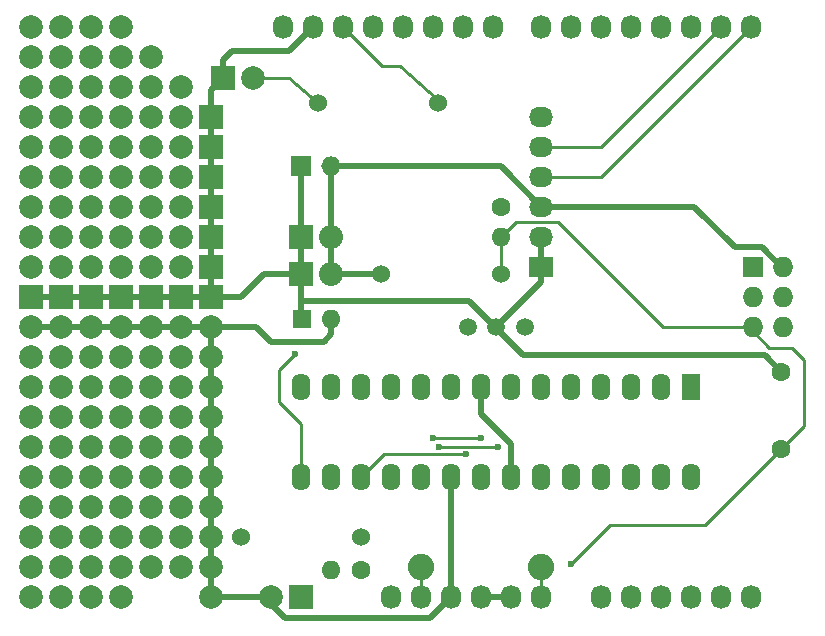
<source format=gbl>
G04 #@! TF.FileFunction,Copper,L2,Bot,Signal*
%FSLAX46Y46*%
G04 Gerber Fmt 4.6, Leading zero omitted, Abs format (unit mm)*
G04 Created by KiCad (PCBNEW 4.0.3+e1-6302~38~ubuntu16.04.1-stable) date Sun Aug 28 00:05:30 2016*
%MOMM*%
%LPD*%
G01*
G04 APERTURE LIST*
%ADD10C,0.100000*%
%ADD11R,1.998980X1.998980*%
%ADD12C,1.998980*%
%ADD13O,1.600000X1.600000*%
%ADD14R,1.600000X1.600000*%
%ADD15O,1.651000X1.651000*%
%ADD16R,1.651000X1.651000*%
%ADD17C,1.600000*%
%ADD18R,2.000000X2.000000*%
%ADD19C,2.000000*%
%ADD20R,1.600000X2.300000*%
%ADD21O,1.600000X2.300000*%
%ADD22O,1.727200X2.032000*%
%ADD23R,2.032000X1.727200*%
%ADD24O,2.032000X1.727200*%
%ADD25O,2.235200X2.235200*%
%ADD26O,2.032000X2.032000*%
%ADD27R,2.032000X2.032000*%
%ADD28R,1.727200X1.727200*%
%ADD29O,1.727200X1.727200*%
%ADD30C,1.524000*%
%ADD31C,1.501140*%
%ADD32C,0.600000*%
%ADD33C,0.500000*%
%ADD34C,0.250000*%
G04 APERTURE END LIST*
D10*
D11*
X144780000Y-67310000D03*
X144780000Y-69850000D03*
X144780000Y-72390000D03*
X144780000Y-74930000D03*
X144780000Y-77470000D03*
X144780000Y-80010000D03*
D12*
X144780000Y-107950000D03*
X144780000Y-105410000D03*
X144780000Y-102870000D03*
X144780000Y-100330000D03*
X144780000Y-97790000D03*
X144780000Y-95250000D03*
X144780000Y-92710000D03*
X144780000Y-90170000D03*
X144780000Y-87630000D03*
D11*
X144780000Y-82550000D03*
X142240000Y-82550000D03*
X139700000Y-82550000D03*
X137160000Y-82550000D03*
X134620000Y-82550000D03*
X132080000Y-82550000D03*
D12*
X144780000Y-85090000D03*
X142240000Y-85090000D03*
X139700000Y-85090000D03*
X137160000Y-85090000D03*
X134620000Y-85090000D03*
X132080000Y-85090000D03*
X129540000Y-85090000D03*
D11*
X129540000Y-82550000D03*
D12*
X139700000Y-62230000D03*
X142240000Y-105410000D03*
X139700000Y-105410000D03*
X137160000Y-107950000D03*
X134620000Y-107950000D03*
X132080000Y-107950000D03*
X129540000Y-107950000D03*
X137160000Y-105410000D03*
X134620000Y-105410000D03*
X132080000Y-105410000D03*
X129540000Y-105410000D03*
X142240000Y-102870000D03*
X139700000Y-102870000D03*
X137160000Y-102870000D03*
X134620000Y-102870000D03*
X132080000Y-102870000D03*
X129540000Y-102870000D03*
X142240000Y-100330000D03*
X139700000Y-100330000D03*
X137160000Y-100330000D03*
X134620000Y-100330000D03*
X132080000Y-100330000D03*
X129540000Y-100330000D03*
X142240000Y-97790000D03*
X139700000Y-97790000D03*
X137160000Y-97790000D03*
X134620000Y-97790000D03*
X132080000Y-97790000D03*
X129540000Y-97790000D03*
X142240000Y-95250000D03*
X139700000Y-95250000D03*
X137160000Y-95250000D03*
X134620000Y-95250000D03*
X132080000Y-95250000D03*
X129540000Y-95250000D03*
X142240000Y-92710000D03*
X139700000Y-92710000D03*
X137160000Y-92710000D03*
X134620000Y-92710000D03*
X132080000Y-92710000D03*
X129540000Y-92710000D03*
X142240000Y-90170000D03*
X139700000Y-90170000D03*
X137160000Y-90170000D03*
X134620000Y-90170000D03*
X132080000Y-90170000D03*
X129540000Y-90170000D03*
X142240000Y-87630000D03*
X139700000Y-87630000D03*
X137160000Y-87630000D03*
X134620000Y-87630000D03*
X132080000Y-87630000D03*
X129540000Y-87630000D03*
X142240000Y-80010000D03*
X139700000Y-80010000D03*
X137160000Y-80010000D03*
X134620000Y-80010000D03*
X132080000Y-80010000D03*
X129540000Y-80010000D03*
X142240000Y-77470000D03*
X139700000Y-77470000D03*
X137160000Y-77470000D03*
X134620000Y-77470000D03*
X132080000Y-77470000D03*
X129540000Y-77470000D03*
X142240000Y-74930000D03*
X139700000Y-74930000D03*
X137160000Y-74930000D03*
X134620000Y-74930000D03*
X132080000Y-74930000D03*
X129540000Y-74930000D03*
X142240000Y-72390000D03*
X139700000Y-72390000D03*
X137160000Y-72390000D03*
X134620000Y-72390000D03*
X132080000Y-72390000D03*
X129540000Y-72390000D03*
X142240000Y-69850000D03*
X139700000Y-69850000D03*
X137160000Y-69850000D03*
X134620000Y-69850000D03*
X132080000Y-69850000D03*
X129540000Y-69850000D03*
X142240000Y-67310000D03*
X139700000Y-67310000D03*
X137160000Y-67310000D03*
X134620000Y-67310000D03*
X132080000Y-67310000D03*
X129540000Y-67310000D03*
X142240000Y-64770000D03*
X139700000Y-64770000D03*
X137160000Y-64770000D03*
X134620000Y-64770000D03*
X132080000Y-64770000D03*
X129540000Y-64770000D03*
X137160000Y-62230000D03*
X134620000Y-62230000D03*
X132080000Y-62230000D03*
X129540000Y-62230000D03*
X137160000Y-59690000D03*
X134620000Y-59690000D03*
X132080000Y-59690000D03*
D13*
X154940000Y-84455000D03*
D14*
X152440000Y-84455000D03*
D15*
X154940000Y-71501000D03*
D16*
X152400000Y-71501000D03*
D13*
X169291000Y-77470000D03*
D17*
X169291000Y-74970000D03*
D13*
X154940000Y-105664000D03*
D17*
X157440000Y-105664000D03*
D18*
X145796000Y-64008000D03*
D19*
X148336000Y-64008000D03*
D18*
X152400000Y-107950000D03*
D19*
X149860000Y-107950000D03*
D20*
X185420000Y-90170000D03*
D21*
X182880000Y-90170000D03*
X180340000Y-90170000D03*
X177800000Y-90170000D03*
X175260000Y-90170000D03*
X172720000Y-90170000D03*
X170180000Y-90170000D03*
X167640000Y-90170000D03*
X165100000Y-90170000D03*
X162560000Y-90170000D03*
X160020000Y-90170000D03*
X157480000Y-90170000D03*
X154940000Y-90170000D03*
X152400000Y-90170000D03*
X152400000Y-97790000D03*
X154940000Y-97790000D03*
X157480000Y-97790000D03*
X160020000Y-97790000D03*
X162560000Y-97790000D03*
X165100000Y-97790000D03*
X167640000Y-97790000D03*
X170180000Y-97790000D03*
X172720000Y-97790000D03*
X175260000Y-97790000D03*
X177800000Y-97790000D03*
X180340000Y-97790000D03*
X182880000Y-97790000D03*
X185420000Y-97790000D03*
D22*
X160020000Y-107950000D03*
X162560000Y-107950000D03*
X165100000Y-107950000D03*
X167640000Y-107950000D03*
X170180000Y-107950000D03*
X172720000Y-107950000D03*
X177800000Y-107950000D03*
X180340000Y-107950000D03*
X182880000Y-107950000D03*
X185420000Y-107950000D03*
X187960000Y-107950000D03*
X190500000Y-107950000D03*
D23*
X172720000Y-80010000D03*
D24*
X172720000Y-77470000D03*
X172720000Y-74930000D03*
X172720000Y-72390000D03*
X172720000Y-69850000D03*
X172720000Y-67310000D03*
D22*
X190500000Y-59690000D03*
X187960000Y-59690000D03*
X185420000Y-59690000D03*
X182880000Y-59690000D03*
X180340000Y-59690000D03*
X177800000Y-59690000D03*
X175260000Y-59690000D03*
X172720000Y-59690000D03*
X168656000Y-59690000D03*
X166116000Y-59690000D03*
X163576000Y-59690000D03*
X161036000Y-59690000D03*
X158496000Y-59690000D03*
X155956000Y-59690000D03*
X153416000Y-59690000D03*
X150876000Y-59690000D03*
D25*
X162560000Y-105410000D03*
X172720000Y-105410000D03*
D26*
X154940000Y-80645000D03*
D27*
X152400000Y-80645000D03*
D26*
X154940000Y-77470000D03*
D27*
X152400000Y-77470000D03*
D28*
X190627000Y-80010000D03*
D29*
X193167000Y-80010000D03*
X190627000Y-82550000D03*
X193167000Y-82550000D03*
X190627000Y-85090000D03*
X193167000Y-85090000D03*
D30*
X163957000Y-66167000D03*
X153797000Y-66167000D03*
X147320000Y-102870000D03*
X157480000Y-102870000D03*
X159131000Y-80645000D03*
X169291000Y-80645000D03*
D17*
X193040000Y-88900000D03*
X193040000Y-95400000D03*
D31*
X166469060Y-85090000D03*
X171350940Y-85090000D03*
X168910000Y-85090000D03*
D12*
X129540000Y-59690000D03*
D32*
X175260000Y-105156000D03*
X151892000Y-87376000D03*
X166370000Y-95885000D03*
X163576000Y-94488000D03*
X167640000Y-94488000D03*
X169037000Y-95250000D03*
X164084000Y-95250000D03*
D33*
X154940000Y-71501000D02*
X169291000Y-71501000D01*
X169291000Y-71501000D02*
X172720000Y-74930000D01*
X193167000Y-80010000D02*
X193040000Y-80010000D01*
X193040000Y-80010000D02*
X191389000Y-78359000D01*
X185674000Y-74930000D02*
X172720000Y-74930000D01*
X189103000Y-78359000D02*
X185674000Y-74930000D01*
X191389000Y-78359000D02*
X189103000Y-78359000D01*
X154940000Y-80645000D02*
X159131000Y-80645000D01*
X154940000Y-84455000D02*
X154940000Y-85725000D01*
X148590000Y-85090000D02*
X144780000Y-85090000D01*
X149860000Y-86360000D02*
X148590000Y-85090000D01*
X154305000Y-86360000D02*
X149860000Y-86360000D01*
X154940000Y-85725000D02*
X154305000Y-86360000D01*
X142240000Y-85090000D02*
X144780000Y-85090000D01*
X144780000Y-85090000D02*
X144780000Y-87630000D01*
X144780000Y-87630000D02*
X144780000Y-90170000D01*
X144780000Y-90170000D02*
X144780000Y-92710000D01*
X144780000Y-92710000D02*
X144780000Y-95250000D01*
X144780000Y-95250000D02*
X144780000Y-97790000D01*
X144780000Y-97790000D02*
X144780000Y-100330000D01*
X144780000Y-100330000D02*
X144780000Y-102870000D01*
X144780000Y-102870000D02*
X144780000Y-105410000D01*
X144780000Y-105410000D02*
X144780000Y-107950000D01*
X144780000Y-107950000D02*
X149860000Y-107950000D01*
X129540000Y-85090000D02*
X132080000Y-85090000D01*
X132080000Y-85090000D02*
X134620000Y-85090000D01*
X134620000Y-85090000D02*
X137160000Y-85090000D01*
X137160000Y-85090000D02*
X139700000Y-85090000D01*
X139700000Y-85090000D02*
X142240000Y-85090000D01*
X154940000Y-77470000D02*
X154940000Y-80645000D01*
X154940000Y-77470000D02*
X154940000Y-71501000D01*
X149860000Y-107950000D02*
X149860000Y-108585000D01*
X149860000Y-108585000D02*
X151003000Y-109728000D01*
X163322000Y-109728000D02*
X165100000Y-107950000D01*
X151003000Y-109728000D02*
X163322000Y-109728000D01*
X165100000Y-97790000D02*
X165100000Y-107950000D01*
X172720000Y-80010000D02*
X172720000Y-81280000D01*
X172720000Y-81280000D02*
X168910000Y-85090000D01*
X172593000Y-80137000D02*
X172720000Y-80010000D01*
X168910000Y-85090000D02*
X168783000Y-85090000D01*
X168783000Y-85090000D02*
X166624000Y-82931000D01*
X166624000Y-82931000D02*
X152400000Y-82931000D01*
X152400000Y-80645000D02*
X152400000Y-82931000D01*
X152400000Y-82931000D02*
X152400000Y-84415000D01*
X152400000Y-84415000D02*
X152440000Y-84455000D01*
X172720000Y-80010000D02*
X172720000Y-77470000D01*
X145796000Y-64008000D02*
X145796000Y-62484000D01*
X151384000Y-61722000D02*
X153416000Y-59690000D01*
X146558000Y-61722000D02*
X151384000Y-61722000D01*
X145796000Y-62484000D02*
X146558000Y-61722000D01*
X144780000Y-67310000D02*
X144780000Y-65024000D01*
X144780000Y-65024000D02*
X145796000Y-64008000D01*
X144780000Y-82550000D02*
X147320000Y-82550000D01*
X149225000Y-80645000D02*
X152400000Y-80645000D01*
X147320000Y-82550000D02*
X149225000Y-80645000D01*
X142240000Y-82550000D02*
X144780000Y-82550000D01*
X144780000Y-82550000D02*
X144780000Y-80010000D01*
X144780000Y-80010000D02*
X144780000Y-77470000D01*
X144780000Y-77470000D02*
X144780000Y-74930000D01*
X144780000Y-74930000D02*
X144780000Y-72390000D01*
X144780000Y-72390000D02*
X144780000Y-69850000D01*
X144780000Y-69850000D02*
X144780000Y-67310000D01*
X142240000Y-82550000D02*
X139700000Y-82550000D01*
X139700000Y-82550000D02*
X137160000Y-82550000D01*
X137160000Y-82550000D02*
X134620000Y-82550000D01*
X134620000Y-82550000D02*
X132080000Y-82550000D01*
X132080000Y-82550000D02*
X129540000Y-82550000D01*
X167640000Y-90170000D02*
X167640000Y-92456000D01*
X170180000Y-94996000D02*
X170180000Y-97790000D01*
X167640000Y-92456000D02*
X170180000Y-94996000D01*
X168910000Y-85090000D02*
X168910000Y-85217000D01*
X168910000Y-85217000D02*
X171196000Y-87503000D01*
X191643000Y-87503000D02*
X193040000Y-88900000D01*
X171196000Y-87503000D02*
X191643000Y-87503000D01*
X152440000Y-80685000D02*
X152400000Y-80645000D01*
X152400000Y-71501000D02*
X152400000Y-77470000D01*
X152400000Y-77470000D02*
X152400000Y-80645000D01*
X167640000Y-107950000D02*
X170180000Y-107950000D01*
D34*
X169291000Y-80645000D02*
X169291000Y-77470000D01*
X169291000Y-77470000D02*
X170561000Y-76200000D01*
X170561000Y-76200000D02*
X174117000Y-76200000D01*
X174117000Y-76200000D02*
X183007000Y-85090000D01*
X183007000Y-85090000D02*
X190627000Y-85090000D01*
X186586000Y-101854000D02*
X193040000Y-95400000D01*
X178562000Y-101854000D02*
X186586000Y-101854000D01*
X175260000Y-105156000D02*
X178562000Y-101854000D01*
X190627000Y-85090000D02*
X190627000Y-85471000D01*
X190627000Y-85471000D02*
X192024000Y-86868000D01*
X192024000Y-86868000D02*
X193929000Y-86868000D01*
X193929000Y-86868000D02*
X194945000Y-87884000D01*
X194945000Y-87884000D02*
X194945000Y-93495000D01*
X194945000Y-93495000D02*
X193040000Y-95400000D01*
X148336000Y-64008000D02*
X151384000Y-64008000D01*
X151384000Y-64008000D02*
X153797000Y-66167000D01*
X172720000Y-72390000D02*
X177800000Y-72390000D01*
X177800000Y-72390000D02*
X190500000Y-59690000D01*
X172720000Y-69850000D02*
X177800000Y-69850000D01*
X177800000Y-69850000D02*
X187960000Y-59690000D01*
X152400000Y-97790000D02*
X152400000Y-93345000D01*
X150495000Y-88773000D02*
X151892000Y-87376000D01*
X150495000Y-91440000D02*
X150495000Y-88773000D01*
X152400000Y-93345000D02*
X150495000Y-91440000D01*
X159385000Y-95885000D02*
X157480000Y-97790000D01*
X166370000Y-95885000D02*
X159385000Y-95885000D01*
X167640000Y-94488000D02*
X163576000Y-94488000D01*
X164084000Y-95250000D02*
X169037000Y-95250000D01*
X155956000Y-59690000D02*
X159258000Y-62992000D01*
X160782000Y-62992000D02*
X163957000Y-65913000D01*
X159258000Y-62992000D02*
X160782000Y-62992000D01*
X163957000Y-65913000D02*
X163957000Y-66167000D01*
X162560000Y-105410000D02*
X162560000Y-107950000D01*
X172720000Y-105410000D02*
X172720000Y-107950000D01*
M02*

</source>
